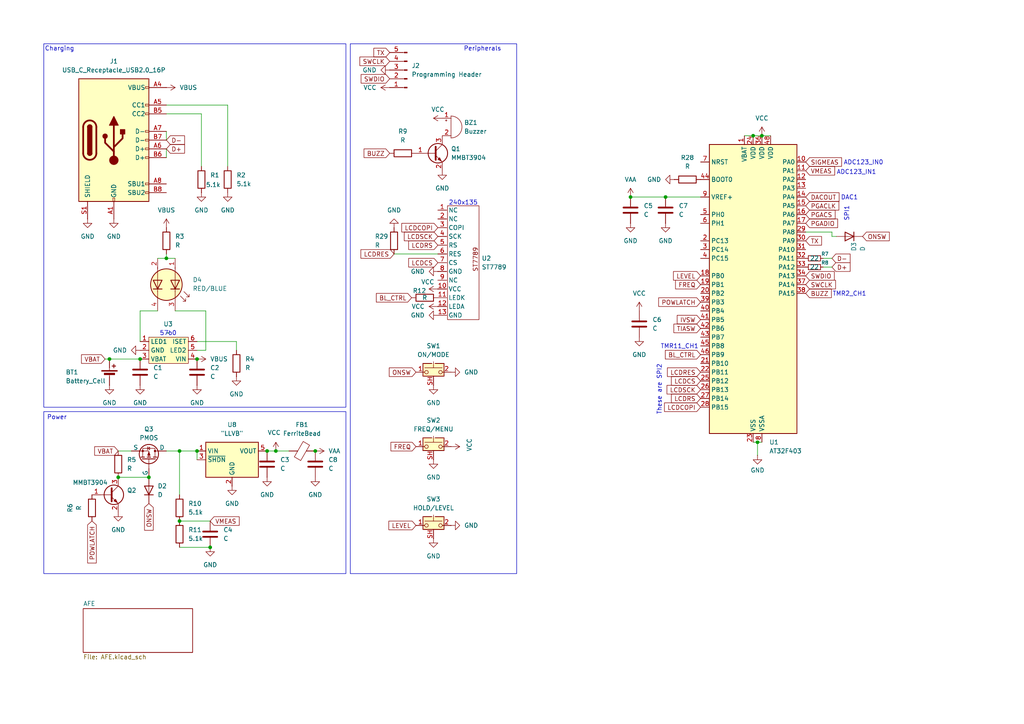
<source format=kicad_sch>
(kicad_sch (version 20250114) (generator "eeschema") (generator_version "9.0")
  (paper "A4")
  (lib_symbols
    (symbol "Artery:AT32F403"
      (property "Reference" "U1" (at 4.6833 -43.18 0))
      (property "Value" "AT32F403" (at 4.6833 -45.72 0))
      (symbol "AT32F403_0_1"
        (rectangle (start -12.7 -40.64) (end 12.7 43.18) (stroke (width 0.254)) (fill (type background)))
      )
      (symbol "AT32F403_1_1"
        (pin input line (at -15.24 38.1 0) (length 2.54) (name "NRST") (number "7"))
        (pin input line (at -15.24 33.02 0) (length 2.54) (name "BOOT0") (number "44"))
        (pin input line (at -15.24 27.94 0) (length 2.54) (name "VREF+") (number "9"))
        (pin bidirectional line (at -15.24 22.86 0) (length 2.54) (name "PH0") (number "5"))
        (pin bidirectional line (at -15.24 20.32 0) (length 2.54) (name "PH1") (number "6"))
        (pin bidirectional line (at -15.24 15.24 0) (length 2.54) (name "PC13") (number "2"))
        (pin bidirectional line (at -15.24 12.7 0) (length 2.54) (name "PC14") (number "3"))
        (pin bidirectional line (at -15.24 10.16 0) (length 2.54) (name "PC15") (number "4"))
        (pin bidirectional line (at -15.24 5.08 0) (length 2.54) (name "PB0") (number "18"))
        (pin bidirectional line (at -15.24 2.54 0) (length 2.54) (name "PB1") (number "19"))
        (pin bidirectional line (at -15.24 0 0) (length 2.54) (name "PB2") (number "20"))
        (pin bidirectional line (at -15.24 -2.54 0) (length 2.54) (name "PB3") (number "39"))
        (pin bidirectional line (at -15.24 -5.08 0) (length 2.54) (name "PB4") (number "40"))
        (pin bidirectional line (at -15.24 -7.62 0) (length 2.54) (name "PB5") (number "41"))
        (pin bidirectional line (at -15.24 -10.16 0) (length 2.54) (name "PB6") (number "42"))
        (pin bidirectional line (at -15.24 -12.7 0) (length 2.54) (name "PB7") (number "43"))
        (pin bidirectional line (at -15.24 -15.24 0) (length 2.54) (name "PB8") (number "45"))
        (pin bidirectional line (at -15.24 -17.78 0) (length 2.54) (name "PB9") (number "46"))
        (pin bidirectional line (at -15.24 -20.32 0) (length 2.54) (name "PB10") (number "21"))
        (pin bidirectional line (at -15.24 -22.86 0) (length 2.54) (name "PB11") (number "22"))
        (pin bidirectional line (at -15.24 -25.4 0) (length 2.54) (name "PB12") (number "25"))
        (pin bidirectional line (at -15.24 -27.94 0) (length 2.54) (name "PB13") (number "26"))
        (pin bidirectional line (at -15.24 -30.48 0) (length 2.54) (name "PB14") (number "27"))
        (pin bidirectional line (at -15.24 -33.02 0) (length 2.54) (name "PB15") (number "28"))
        (pin power_in line (at -2.54 45.72 270) (length 2.54) (name "VBAT") (number "1"))
        (pin power_in line (at 0 45.72 270) (length 2.54) (name "VDD") (number "24"))
        (pin power_in line (at 0 -43.18 90) (length 2.54) (name "VSS") (number "23"))
        (pin passive line (at 0 -43.18 90) (length 2.54) (hide yes) (name "VSS") (number "35"))
        (pin passive line (at 0 -43.18 90) (length 2.54) (hide yes) (name "VSS") (number "47"))
        (pin passive line (at 0 -43.18 90) (length 2.54) (hide yes) (name "VSS") (number "49"))
        (pin power_in line (at 2.54 45.72 270) (length 2.54) (name "VDD") (number "36"))
        (pin power_in line (at 2.54 -43.18 90) (length 2.54) (name "VSSA") (number "8"))
        (pin power_in line (at 5.08 45.72 270) (length 2.54) (name "VDD") (number "48"))
        (pin bidirectional line (at 15.24 38.1 180) (length 2.54) (name "PA0") (number "10"))
        (pin bidirectional line (at 15.24 35.56 180) (length 2.54) (name "PA1") (number "11"))
        (pin bidirectional line (at 15.24 33.02 180) (length 2.54) (name "PA2") (number "12"))
        (pin bidirectional line (at 15.24 30.48 180) (length 2.54) (name "PA3") (number "13"))
        (pin bidirectional line (at 15.24 27.94 180) (length 2.54) (name "PA4") (number "14"))
        (pin bidirectional line (at 15.24 25.4 180) (length 2.54) (name "PA5") (number "15"))
        (pin bidirectional line (at 15.24 22.86 180) (length 2.54) (name "PA6") (number "16"))
        (pin bidirectional line (at 15.24 20.32 180) (length 2.54) (name "PA7") (number "17"))
        (pin bidirectional line (at 15.24 17.78 180) (length 2.54) (name "PA8") (number "29"))
        (pin bidirectional line (at 15.24 15.24 180) (length 2.54) (name "PA9") (number "30"))
        (pin bidirectional line (at 15.24 12.7 180) (length 2.54) (name "PA10") (number "31"))
        (pin bidirectional line (at 15.24 10.16 180) (length 2.54) (name "PA11") (number "32"))
        (pin bidirectional line (at 15.24 7.62 180) (length 2.54) (name "PA12") (number "33"))
        (pin bidirectional line (at 15.24 5.08 180) (length 2.54) (name "PA13") (number "34"))
        (pin bidirectional line (at 15.24 2.54 180) (length 2.54) (name "PA14") (number "37"))
        (pin bidirectional line (at 15.24 0 180) (length 2.54) (name "PA15") (number "38"))
      )
    )
    (symbol "Battery Charger:Battery_Charger_RevEng"
      (property "Reference" "U3" (at 3.048 3.81 0))
      (property "Value" "~" (at 3.048 1.27 0))
      (symbol "Battery_Charger_RevEng_1_1"
        (rectangle (start -2.54 0) (end 8.89 -7.62) (fill (type background)))
        (pin input line (at -5.08 -1.27 0) (length 2.54) (name "LED1") (number "1"))
        (pin input line (at -5.08 -3.81 0) (length 2.54) (name "GND") (number "2"))
        (pin input line (at -5.08 -6.35 0) (length 2.54) (name "VBAT") (number "3"))
        (pin input line (at 11.43 -1.27 180) (length 2.54) (name "ISET") (number "6"))
        (pin input line (at 11.43 -3.81 180) (length 2.54) (name "LED2") (number "5"))
        (pin input line (at 11.43 -6.35 180) (length 2.54) (name "VIN") (number "4"))
      )
    )
    (symbol "Connector:Conn_01x05_Pin" (pin_names (offset 1.016) (hide yes))
      (property "Reference" "J" (at 0 7.62 0))
      (property "Value" "Conn_01x05_Pin" (at 0 -7.62 0))
      (symbol "Conn_01x05_Pin_1_1"
        (rectangle (start 0.8636 5.207) (end 0 4.953) (stroke (width 0.1524)) (fill (type outline)))
        (rectangle (start 0.8636 2.667) (end 0 2.413) (stroke (width 0.1524)) (fill (type outline)))
        (rectangle (start 0.8636 0.127) (end 0 -0.127) (stroke (width 0.1524)) (fill (type outline)))
        (rectangle (start 0.8636 -2.413) (end 0 -2.667) (stroke (width 0.1524)) (fill (type outline)))
        (rectangle (start 0.8636 -4.953) (end 0 -5.207) (stroke (width 0.1524)) (fill (type outline)))
        (polyline (pts (xy 1.27 5.08) (xy 0.8636 5.08)) (stroke (width 0.1524)))
        (polyline (pts (xy 1.27 2.54) (xy 0.8636 2.54)) (stroke (width 0.1524)))
        (polyline (pts (xy 1.27 0) (xy 0.8636 0)) (stroke (width 0.1524)))
        (polyline (pts (xy 1.27 -2.54) (xy 0.8636 -2.54)) (stroke (width 0.1524)))
        (polyline (pts (xy 1.27 -5.08) (xy 0.8636 -5.08)) (stroke (width 0.1524)))
        (pin passive line (at 5.08 5.08 180) (length 3.81) (name "Pin_1") (number "1"))
        (pin passive line (at 5.08 2.54 180) (length 3.81) (name "Pin_2") (number "2"))
        (pin passive line (at 5.08 0 180) (length 3.81) (name "Pin_3") (number "3"))
        (pin passive line (at 5.08 -2.54 180) (length 3.81) (name "Pin_4") (number "4"))
        (pin passive line (at 5.08 -5.08 180) (length 3.81) (name "Pin_5") (number "5"))
      )
    )
    (symbol "Connector:USB_C_Receptacle_USB2.0_16P" (pin_names (offset 1.016))
      (property "Reference" "J" (at 0 22.225 0))
      (property "Value" "USB_C_Receptacle_USB2.0_16P" (at 0 19.685 0))
      (symbol "USB_C_Receptacle_USB2.0_16P_0_0"
        (rectangle (start -0.254 -17.78) (end 0.254 -16.764))
        (rectangle (start 10.16 15.494) (end 9.144 14.986))
        (rectangle (start 10.16 10.414) (end 9.144 9.906))
        (rectangle (start 10.16 7.874) (end 9.144 7.366))
        (rectangle (start 10.16 2.794) (end 9.144 2.286))
        (rectangle (start 10.16 0.254) (end 9.144 -0.254))
        (rectangle (start 10.16 -2.286) (end 9.144 -2.794))
        (rectangle (start 10.16 -4.826) (end 9.144 -5.334))
        (rectangle (start 10.16 -12.446) (end 9.144 -12.954))
        (rectangle (start 10.16 -14.986) (end 9.144 -15.494))
      )
      (symbol "USB_C_Receptacle_USB2.0_16P_0_1"
        (rectangle (start -10.16 17.78) (end 10.16 -17.78) (stroke (width 0.254)) (fill (type background)))
        (polyline (pts (xy -8.89 -3.81) (xy -8.89 3.81)) (stroke (width 0.508)))
        (rectangle (start -7.62 -3.81) (end -6.35 3.81) (stroke (width 0.254)) (fill (type outline)))
        (arc (start -7.62 3.81) (mid -6.985 4.4423) (end -6.35 3.81) (stroke (width 0.254)))
        (arc (start -7.62 3.81) (mid -6.985 4.4423) (end -6.35 3.81) (stroke (width 0.254)) (fill (type outline)))
        (arc (start -8.89 3.81) (mid -6.985 5.7067) (end -5.08 3.81) (stroke (width 0.508)))
        (arc (start -5.08 -3.81) (mid -6.985 -5.7067) (end -8.89 -3.81) (stroke (width 0.508)))
        (arc (start -6.35 -3.81) (mid -6.985 -4.4423) (end -7.62 -3.81) (stroke (width 0.254)))
        (arc (start -6.35 -3.81) (mid -6.985 -4.4423) (end -7.62 -3.81) (stroke (width 0.254)) (fill (type outline)))
        (polyline (pts (xy -5.08 3.81) (xy -5.08 -3.81)) (stroke (width 0.508)))
        (circle (center -2.54 1.143) (radius 0.635) (stroke (width 0.254)) (fill (type outline)))
        (polyline (pts (xy -1.27 4.318) (xy 0 6.858) (xy 1.27 4.318) (xy -1.27 4.318)) (stroke (width 0.254)) (fill (type outline)))
        (polyline (pts (xy 0 -2.032) (xy 2.54 0.508) (xy 2.54 1.778)) (stroke (width 0.508)))
        (polyline (pts (xy 0 -3.302) (xy -2.54 -0.762) (xy -2.54 0.508)) (stroke (width 0.508)))
        (polyline (pts (xy 0 -5.842) (xy 0 4.318)) (stroke (width 0.508)))
        (circle (center 0 -5.842) (radius 1.27) (fill (type outline)))
        (rectangle (start 1.905 1.778) (end 3.175 3.048) (stroke (width 0.254)) (fill (type outline)))
      )
      (symbol "USB_C_Receptacle_USB2.0_16P_1_1"
        (pin passive line (at -7.62 -22.86 90) (length 5.08) (name "SHIELD") (number "S1"))
        (pin passive line (at 0 -22.86 90) (length 5.08) (name "GND") (number "A1"))
        (pin passive line (at 0 -22.86 90) (length 5.08) (hide yes) (name "GND") (number "A12"))
        (pin passive line (at 0 -22.86 90) (length 5.08) (hide yes) (name "GND") (number "B1"))
        (pin passive line (at 0 -22.86 90) (length 5.08) (hide yes) (name "GND") (number "B12"))
        (pin passive line (at 15.24 15.24 180) (length 5.08) (name "VBUS") (number "A4"))
        (pin passive line (at 15.24 15.24 180) (length 5.08) (hide yes) (name "VBUS") (number "A9"))
        (pin passive line (at 15.24 15.24 180) (length 5.08) (hide yes) (name "VBUS") (number "B4"))
        (pin passive line (at 15.24 15.24 180) (length 5.08) (hide yes) (name "VBUS") (number "B9"))
        (pin bidirectional line (at 15.24 10.16 180) (length 5.08) (name "CC1") (number "A5"))
        (pin bidirectional line (at 15.24 7.62 180) (length 5.08) (name "CC2") (number "B5"))
        (pin bidirectional line (at 15.24 2.54 180) (length 5.08) (name "D-") (number "A7"))
        (pin bidirectional line (at 15.24 0 180) (length 5.08) (name "D-") (number "B7"))
        (pin bidirectional line (at 15.24 -2.54 180) (length 5.08) (name "D+") (number "A6"))
        (pin bidirectional line (at 15.24 -5.08 180) (length 5.08) (name "D+") (number "B6"))
        (pin bidirectional line (at 15.24 -12.7 180) (length 5.08) (name "SBU1") (number "A8"))
        (pin bidirectional line (at 15.24 -15.24 180) (length 5.08) (name "SBU2") (number "B8"))
      )
    )
    (symbol "Device:Battery_Cell" (pin_numbers (hide yes)) (pin_names (offset 0) (hide yes))
      (property "Reference" "BT" (at 2.54 2.54 0))
      (property "Value" "Battery_Cell" (at 2.54 0 0))
      (symbol "Battery_Cell_0_1"
        (rectangle (start -2.286 1.778) (end 2.286 1.524) (fill (type outline)))
        (rectangle (start -1.524 1.016) (end 1.524 0.508) (fill (type outline)))
        (polyline (pts (xy 0 1.778) (xy 0 2.54)))
        (polyline (pts (xy 0 0.762) (xy 0 0)))
        (polyline (pts (xy 0.762 3.048) (xy 1.778 3.048)) (stroke (width 0.254)))
        (polyline (pts (xy 1.27 3.556) (xy 1.27 2.54)) (stroke (width 0.254)))
      )
      (symbol "Battery_Cell_1_1"
        (pin passive line (at 0 5.08 270) (length 2.54) (name "+") (number "1"))
        (pin passive line (at 0 -2.54 90) (length 2.54) (name "-") (number "2"))
      )
    )
    (symbol "Device:Buzzer" (pin_names (offset 0.0254) (hide yes))
      (property "Reference" "BZ" (at 3.81 1.27 0))
      (property "Value" "Buzzer" (at 3.81 -1.27 0))
      (symbol "Buzzer_0_1"
        (polyline (pts (xy -1.651 1.905) (xy -1.143 1.905)))
        (polyline (pts (xy -1.397 2.159) (xy -1.397 1.651)))
        (arc (start 0 3.175) (mid 3.1612 0) (end 0 -3.175))
        (polyline (pts (xy 0 3.175) (xy 0 -3.175)))
      )
      (symbol "Buzzer_1_1"
        (pin passive line (at -2.54 2.54 0) (length 2.54) (name "+") (number "1"))
        (pin passive line (at -2.54 -2.54 0) (length 2.54) (name "-") (number "2"))
      )
    )
    (symbol "Device:C" (pin_numbers (hide yes)) (pin_names (offset 0.254))
      (property "Reference" "C" (at 0.635 2.54 0))
      (property "Value" "C" (at 0.635 -2.54 0))
      (symbol "C_0_1"
        (polyline (pts (xy -2.032 0.762) (xy 2.032 0.762)) (stroke (width 0.508)))
        (polyline (pts (xy -2.032 -0.762) (xy 2.032 -0.762)) (stroke (width 0.508)))
      )
      (symbol "C_1_1"
        (pin passive line (at 0 3.81 270) (length 2.794) (name "~") (number "1"))
        (pin passive line (at 0 -3.81 90) (length 2.794) (name "~") (number "2"))
      )
    )
    (symbol "Device:D" (pin_numbers (hide yes)) (pin_names (offset 1.016) (hide yes))
      (property "Reference" "D" (at 0 2.54 0))
      (property "Value" "D" (at 0 -2.54 0))
      (symbol "D_0_1"
        (polyline (pts (xy -1.27 1.27) (xy -1.27 -1.27)) (stroke (width 0.254)))
        (polyline (pts (xy 1.27 1.27) (xy 1.27 -1.27) (xy -1.27 0) (xy 1.27 1.27)) (stroke (width 0.254)))
        (polyline (pts (xy 1.27 0) (xy -1.27 0)))
      )
      (symbol "D_1_1"
        (pin passive line (at -3.81 0 0) (length 2.54) (name "K") (number "1"))
        (pin passive line (at 3.81 0 180) (length 2.54) (name "A") (number "2"))
      )
    )
    (symbol "Device:FerriteBead" (pin_numbers (hide yes)) (pin_names (offset 0))
      (property "Reference" "FB" (at -3.81 0.635 90))
      (property "Value" "FerriteBead" (at 3.81 0 90))
      (symbol "FerriteBead_0_1"
        (polyline (pts (xy -2.7686 0.4064) (xy -1.7018 2.2606) (xy 2.7686 -0.3048) (xy 1.6764 -2.159) (xy -2.7686 0.4064)))
        (polyline (pts (xy 0 1.27) (xy 0 1.2954)))
        (polyline (pts (xy 0 -1.27) (xy 0 -1.2192)))
      )
      (symbol "FerriteBead_1_1"
        (pin passive line (at 0 3.81 270) (length 2.54) (name "~") (number "1"))
        (pin passive line (at 0 -3.81 90) (length 2.54) (name "~") (number "2"))
      )
    )
    (symbol "Device:LED_Dual_AAKK" (pin_names (offset 0) (hide yes))
      (property "Reference" "D" (at 0 5.715 0))
      (property "Value" "LED_Dual_AAKK" (at 0 -6.35 0))
      (symbol "LED_Dual_AAKK_0_1"
        (polyline (pts (xy -5.08 2.54) (xy 2.032 2.54)))
        (polyline (pts (xy -5.08 -2.54) (xy 2.032 -2.54)))
        (polyline (pts (xy -1.27 3.81) (xy -1.27 1.27) (xy 1.27 2.54) (xy -1.27 3.81)) (stroke (width 0.254)))
        (polyline (pts (xy -1.27 -1.27) (xy -1.27 -3.81) (xy 1.27 -2.54) (xy -1.27 -1.27)) (stroke (width 0.254)))
        (circle (center 0 0) (radius 4.572) (stroke (width 0.254)) (fill (type background)))
        (polyline (pts (xy 1.27 3.81) (xy 1.27 1.27)) (stroke (width 0.254)))
        (polyline (pts (xy 1.27 -1.27) (xy 1.27 -3.81)) (stroke (width 0.254)))
        (polyline (pts (xy 2.032 5.08) (xy 3.556 6.604) (xy 2.794 6.604) (xy 3.556 6.604) (xy 3.556 5.842)))
        (polyline (pts (xy 3.302 4.064) (xy 4.826 5.588) (xy 4.064 5.588) (xy 4.826 5.588) (xy 4.826 4.826)))
        (polyline (pts (xy 3.81 2.54) (xy 1.905 2.54)))
        (polyline (pts (xy 3.81 -2.54) (xy 1.905 -2.54)))
      )
      (symbol "LED_Dual_AAKK_1_1"
        (pin input line (at -7.62 2.54 0) (length 3.048) (name "A1") (number "1"))
        (pin input line (at -7.62 -2.54 0) (length 3.048) (name "A2") (number "2"))
        (pin input line (at 7.62 2.54 180) (length 3.81) (name "K1") (number "3"))
        (pin input line (at 7.62 -2.54 180) (length 3.81) (name "K2") (number "4"))
      )
    )
    (symbol "Device:R" (pin_numbers (hide yes)) (pin_names (offset 0))
      (property "Reference" "R" (at 2.032 0 90))
      (property "Value" "R" (at 0 0 90))
      (symbol "R_0_1"
        (rectangle (start -1.016 -2.54) (end 1.016 2.54) (stroke (width 0.254)))
      )
      (symbol "R_1_1"
        (pin passive line (at 0 3.81 270) (length 1.27) (name "~") (number "1"))
        (pin passive line (at 0 -3.81 90) (length 1.27) (name "~") (number "2"))
      )
    )
    (symbol "Device:R_Small" (pin_numbers (hide yes)) (pin_names (offset 0.254) (hide yes))
      (property "Reference" "R" (at 0 0 90))
      (property "Value" "R_Small" (at 1.778 0 90))
      (symbol "R_Small_0_1"
        (rectangle (start -0.762 1.778) (end 0.762 -1.778) (stroke (width 0.2032)))
      )
      (symbol "R_Small_1_1"
        (pin passive line (at 0 2.54 270) (length 0.762) (name "~") (number "1"))
        (pin passive line (at 0 -2.54 90) (length 0.762) (name "~") (number "2"))
      )
    )
    (symbol "LCD:N114-2413THBIG01-H13"
      (property "Reference" "U" (at 0 1.016 0))
      (symbol "N114-2413THBIG01-H13_0_1"
        (rectangle (start -3.556 0) (end 5.588 -33.02))
      )
      (symbol "N114-2413THBIG01-H13_1_1"
        (text "ST7789" (at 4.572 -15.494 900) (effects (font (size 1.27 1.27))))
        (pin input line (at -6.35 -1.27 0) (length 2.54) (name "NC") (number "1"))
        (pin input line (at -6.35 -3.81 0) (length 2.54) (name "NC") (number "2"))
        (pin input line (at -6.35 -6.35 0) (length 2.54) (name "COPI") (number "3"))
        (pin input line (at -6.35 -8.89 0) (length 2.54) (name "SCK") (number "4"))
        (pin input line (at -6.35 -11.43 0) (length 2.54) (name "RS") (number "5"))
        (pin input line (at -6.35 -13.97 0) (length 2.54) (name "RES") (number "6"))
        (pin input line (at -6.35 -16.51 0) (length 2.54) (name "CS") (number "7"))
        (pin input line (at -6.35 -19.05 0) (length 2.54) (name "GND") (number "8"))
        (pin input line (at -6.35 -21.59 0) (length 2.54) (name "NC") (number "9"))
        (pin input line (at -6.35 -24.13 0) (length 2.54) (name "VCC") (number "10"))
        (pin input line (at -6.35 -26.67 0) (length 2.54) (name "LEDK") (number "11"))
        (pin input line (at -6.35 -29.21 0) (length 2.54) (name "LEDA") (number "12"))
        (pin input line (at -6.35 -31.75 0) (length 2.54) (name "GND") (number "13"))
      )
    )
    (symbol "Regulator_Linear:MCP1802x-xx02xOT"
      (property "Reference" "U" (at -6.35 6.35 0))
      (property "Value" "MCP1802x-xx02xOT" (at 0 6.35 0))
      (symbol "MCP1802x-xx02xOT_0_1"
        (rectangle (start -7.62 5.08) (end 7.62 -5.08) (stroke (width 0.254)) (fill (type background)))
      )
      (symbol "MCP1802x-xx02xOT_1_1"
        (pin power_in line (at -10.16 2.54 0) (length 2.54) (name "VIN") (number "1"))
        (pin input line (at -10.16 0 0) (length 2.54) (name "~{SHDN}") (number "3"))
        (pin power_in line (at 0 -7.62 90) (length 2.54) (name "GND") (number "2"))
        (pin no_connect line (at 7.62 0 180) (length 2.54) (hide yes) (name "NC") (number "4"))
        (pin power_out line (at 10.16 2.54 180) (length 2.54) (name "VOUT") (number "5"))
      )
    )
    (symbol "Simulation_SPICE:PMOS" (pin_numbers (hide yes)) (pin_names (offset 0))
      (property "Reference" "Q" (at 5.08 1.27 0))
      (property "Value" "PMOS" (at 5.08 -1.27 0))
      (symbol "PMOS_0_1"
        (polyline (pts (xy 0.254 1.905) (xy 0.254 -1.905)) (stroke (width 0.254)))
        (polyline (pts (xy 0.254 0) (xy -2.54 0)))
        (polyline (pts (xy 0.762 2.286) (xy 0.762 1.27)) (stroke (width 0.254)))
        (polyline (pts (xy 0.762 1.778) (xy 3.302 1.778) (xy 3.302 -1.778) (xy 0.762 -1.778)))
        (polyline (pts (xy 0.762 0.508) (xy 0.762 -0.508)) (stroke (width 0.254)))
        (polyline (pts (xy 0.762 -1.27) (xy 0.762 -2.286)) (stroke (width 0.254)))
        (circle (center 1.651 0) (radius 2.794) (stroke (width 0.254)))
        (polyline (pts (xy 2.286 0) (xy 1.27 0.381) (xy 1.27 -0.381) (xy 2.286 0)) (fill (type outline)))
        (polyline (pts (xy 2.54 2.54) (xy 2.54 1.778)))
        (circle (center 2.54 1.778) (radius 0.254) (fill (type outline)))
        (circle (center 2.54 -1.778) (radius 0.254) (fill (type outline)))
        (polyline (pts (xy 2.54 -2.54) (xy 2.54 0) (xy 0.762 0)))
        (polyline (pts (xy 2.794 -0.508) (xy 2.921 -0.381) (xy 3.683 -0.381) (xy 3.81 -0.254)))
        (polyline (pts (xy 3.302 -0.381) (xy 2.921 0.254) (xy 3.683 0.254) (xy 3.302 -0.381)))
      )
      (symbol "PMOS_1_1"
        (pin input line (at -5.08 0 0) (length 2.54) (name "G") (number "2"))
        (pin passive line (at 2.54 5.08 270) (length 2.54) (name "D") (number "1"))
        (pin passive line (at 2.54 -5.08 90) (length 2.54) (name "S") (number "3"))
      )
    )
    (symbol "Switch:SW_Push_Shielded" (pin_names (offset 1.016) (hide yes))
      (property "Reference" "SW" (at 4.318 2.032 0))
      (property "Value" "SW_Push_Shielded" (at 0 4.572 0))
      (symbol "SW_Push_Shielded_0_1"
        (circle (center -2.032 0) (radius 0.508))
        (polyline (pts (xy 0 1.27) (xy 0 3.048)))
        (polyline (pts (xy 0.508 2.54) (xy 3.048 2.54) (xy 3.048 -1.143) (xy -3.048 -1.143) (xy -3.048 2.54) (xy -0.508 2.54)) (stroke (width -0.0254)))
        (polyline (pts (xy 0.508 2.54) (xy 3.048 2.54) (xy 3.048 -1.143) (xy -3.048 -1.143) (xy -3.048 2.54) (xy -0.508 2.54)) (stroke (width 0.254)))
        (circle (center 2.032 0) (radius 0.508))
        (polyline (pts (xy 2.54 1.27) (xy -2.54 1.27)))
        (pin passive line (at -5.08 0 0) (length 2.54) (name "1") (number "1"))
        (pin passive line (at 5.08 0 180) (length 2.54) (name "2") (number "2"))
      )
      (symbol "SW_Push_Shielded_1_1"
        (rectangle (start -3.048 2.54) (end 3.048 -1.27) (stroke (width -0.0254)) (fill (type background)))
        (pin passive line (at 0 -3.81 90) (length 2.54) (name "B") (number "SH"))
      )
    )
    (symbol "Transistor_BJT:MMBT3904" (pin_names (offset 0) (hide yes))
      (property "Reference" "Q" (at 5.08 1.905 0))
      (property "Value" "MMBT3904" (at 5.08 0 0))
      (symbol "MMBT3904_0_1"
        (polyline (pts (xy -2.54 0) (xy 0.635 0)))
        (polyline (pts (xy 0.635 1.905) (xy 0.635 -1.905)) (stroke (width 0.508)))
        (circle (center 1.27 0) (radius 2.8194) (stroke (width 0.254)))
      )
      (symbol "MMBT3904_1_1"
        (polyline (pts (xy 0.635 0.635) (xy 2.54 2.54)))
        (polyline (pts (xy 0.635 -0.635) (xy 2.54 -2.54)))
        (polyline (pts (xy 1.27 -1.778) (xy 1.778 -1.27) (xy 2.286 -2.286) (xy 1.27 -1.778)) (fill (type outline)))
        (pin input line (at -5.08 0 0) (length 2.54) (name "B") (number "1"))
        (pin passive line (at 2.54 5.08 270) (length 2.54) (name "C") (number "3"))
        (pin passive line (at 2.54 -5.08 90) (length 2.54) (name "E") (number "2"))
      )
    )
    (symbol "power:GND" (power) (pin_numbers (hide yes)) (pin_names (offset 0) (hide yes))
      (property "Value" "GND" (at 0 -3.81 0))
      (symbol "GND_0_1"
        (polyline (pts (xy 0 0) (xy 0 -1.27) (xy 1.27 -1.27) (xy 0 -2.54) (xy -1.27 -1.27) (xy 0 -1.27)))
      )
      (symbol "GND_1_1"
        (pin power_in line (at 0 0 270) (length 0) (name "~") (number "1"))
      )
    )
    (symbol "power:VAA" (power) (pin_numbers (hide yes)) (pin_names (offset 0) (hide yes))
      (property "Value" "VAA" (at 0 3.556 0))
      (symbol "VAA_0_1"
        (polyline (pts (xy -0.762 1.27) (xy 0 2.54)))
        (polyline (pts (xy 0 2.54) (xy 0.762 1.27)))
        (polyline (pts (xy 0 0) (xy 0 2.54)))
      )
      (symbol "VAA_1_1"
        (pin power_in line (at 0 0 90) (length 0) (name "~") (number "1"))
      )
    )
    (symbol "power:VBUS" (power) (pin_numbers (hide yes)) (pin_names (offset 0) (hide yes))
      (property "Value" "VBUS" (at 0 3.556 0))
      (symbol "VBUS_0_1"
        (polyline (pts (xy -0.762 1.27) (xy 0 2.54)))
        (polyline (pts (xy 0 2.54) (xy 0.762 1.27)))
        (polyline (pts (xy 0 0) (xy 0 2.54)))
      )
      (symbol "VBUS_1_1"
        (pin power_in line (at 0 0 90) (length 0) (name "~") (number "1"))
      )
    )
    (symbol "power:VCC" (power) (pin_numbers (hide yes)) (pin_names (offset 0) (hide yes))
      (property "Value" "VCC" (at 0 3.556 0))
      (symbol "VCC_0_1"
        (polyline (pts (xy -0.762 1.27) (xy 0 2.54)))
        (polyline (pts (xy 0 2.54) (xy 0.762 1.27)))
        (polyline (pts (xy 0 0) (xy 0 2.54)))
      )
      (symbol "VCC_1_1"
        (pin power_in line (at 0 0 90) (length 0) (name "~") (number "1"))
      )
    )
  )
  (rectangle (start 12.7 119.38) (end 100.33 166.37))
  (rectangle (start 12.7 12.7) (end 100.33 118.11))
  (rectangle (start 101.6 12.7) (end 149.86 166.37))
  (text "DAC1" (at 246.38 57.404 0) (effects (font (size 1.27 1.27))))
  (text "57b0" (at 48.768 96.774 0) (effects (font (size 1.27 1.27))))
  (text "Charging" (at 17.272 14.224 0) (effects (font (size 1.27 1.27))))
  (text "TMR11_CH1" (at 197.104 100.584 0) (effects (font (size 1.27 1.27))))
  (text "These are SPI2" (at 191.262 113.03 90) (effects (font (size 1.27 1.27))))
  (text "SPI1" (at 245.618 61.976 90) (effects (font (size 1.27 1.27))))
  (text "Peripherals" (at 139.954 14.224 0) (effects (font (size 1.27 1.27))))
  (text "TMR2_CH1" (at 246.38 85.344 0) (effects (font (size 1.27 1.27))))
  (text "ADC123_IN1" (at 248.412 50.038 0) (effects (font (size 1.27 1.27))))
  (text "Power" (at 16.51 121.158 0) (effects (font (size 1.27 1.27))))
  (text "240x135" (at 134.366 58.928 0) (effects (font (size 1.27 1.27))))
  (text "ADC123_IN0" (at 250.444 47.244 0) (effects (font (size 1.27 1.27))))
  (junction (at 182.88 57.15))
  (junction (at 57.15 130.81))
  (junction (at 52.07 151.13))
  (junction (at 218.44 39.37))
  (junction (at 40.64 104.14))
  (junction (at 52.07 130.81))
  (junction (at 80.01 130.81))
  (junction (at 57.15 104.14))
  (junction (at 48.26 74.93))
  (junction (at 31.75 104.14))
  (junction (at 77.47 130.81))
  (junction (at 219.71 128.27))
  (junction (at 43.18 138.43))
  (junction (at 220.98 39.37))
  (junction (at 34.29 138.43))
  (junction (at 91.44 130.81))
  (junction (at 193.04 57.15))
  (junction (at 60.96 158.75))
  (wire (pts (xy 30.48 104.14) (xy 31.75 104.14)))
  (wire (pts (xy 220.98 39.37) (xy 223.52 39.37)))
  (wire (pts (xy 242.57 68.58) (xy 241.3 68.58)))
  (wire (pts (xy 34.29 130.81) (xy 38.1 130.81)))
  (wire (pts (xy 48.26 74.93) (xy 50.8 74.93)))
  (wire (pts (xy 241.3 67.31) (xy 233.68 67.31)))
  (wire (pts (xy 52.07 130.81) (xy 48.26 130.81)))
  (wire (pts (xy 219.71 128.27) (xy 220.98 128.27)))
  (wire (pts (xy 219.71 128.27) (xy 219.71 132.08)))
  (wire (pts (xy 57.15 130.81) (xy 57.15 133.35)))
  (wire (pts (xy 182.88 57.15) (xy 193.04 57.15)))
  (wire (pts (xy 52.07 158.75) (xy 60.96 158.75)))
  (wire (pts (xy 45.72 74.93) (xy 48.26 74.93)))
  (wire (pts (xy 48.26 73.66) (xy 48.26 74.93)))
  (wire (pts (xy 218.44 128.27) (xy 219.71 128.27)))
  (wire (pts (xy 34.29 138.43) (xy 43.18 138.43)))
  (wire (pts (xy 59.69 90.17) (xy 50.8 90.17)))
  (wire (pts (xy 57.15 130.81) (xy 52.07 130.81)))
  (wire (pts (xy 48.26 33.02) (xy 58.42 33.02)))
  (wire (pts (xy 68.58 99.06) (xy 57.15 99.06)))
  (wire (pts (xy 114.3 73.66) (xy 127 73.66)))
  (wire (pts (xy 215.9 39.37) (xy 218.44 39.37)))
  (wire (pts (xy 80.01 130.81) (xy 83.82 130.81)))
  (wire (pts (xy 193.04 57.15) (xy 203.2 57.15)))
  (wire (pts (xy 59.69 101.6) (xy 59.69 90.17)))
  (wire (pts (xy 48.26 38.1) (xy 48.26 40.64)))
  (wire (pts (xy 66.04 48.26) (xy 66.04 30.48)))
  (wire (pts (xy 45.72 90.17) (xy 40.64 90.17)))
  (wire (pts (xy 52.07 151.13) (xy 60.96 151.13)))
  (wire (pts (xy 241.3 68.58) (xy 241.3 67.31)))
  (wire (pts (xy 68.58 101.6) (xy 68.58 99.06)))
  (wire (pts (xy 31.75 104.14) (xy 40.64 104.14)))
  (wire (pts (xy 66.04 30.48) (xy 48.26 30.48)))
  (wire (pts (xy 58.42 33.02) (xy 58.42 48.26)))
  (wire (pts (xy 241.3 74.93) (xy 238.76 74.93)))
  (wire (pts (xy 40.64 90.17) (xy 40.64 99.06)))
  (wire (pts (xy 52.07 130.81) (xy 52.07 143.51)))
  (wire (pts (xy 48.26 43.18) (xy 48.26 45.72)))
  (wire (pts (xy 241.3 77.47) (xy 238.76 77.47)))
  (wire (pts (xy 77.47 130.81) (xy 80.01 130.81)))
  (wire (pts (xy 57.15 101.6) (xy 59.69 101.6)))
  (wire (pts (xy 218.44 39.37) (xy 220.98 39.37)))
  (global_label "BUZZ" (shape input) (at 233.68 85.09 0) (property "Intersheetrefs" "${INTERSHEET_REFS}" (effects (hide yes))))
  (global_label "BUZZ" (shape input) (at 113.03 44.45 180) (property "Intersheetrefs" "${INTERSHEET_REFS}" (effects (hide yes))))
  (global_label "PGACS" (shape input) (at 233.68 62.23 0) (property "Intersheetrefs" "${INTERSHEET_REFS}" (effects (hide yes))))
  (global_label "FREQ" (shape input) (at 203.2 82.55 180) (property "Intersheetrefs" "${INTERSHEET_REFS}" (effects (hide yes))))
  (global_label "BL_CTRL" (shape input) (at 119.38 86.36 180) (property "Intersheetrefs" "${INTERSHEET_REFS}" (effects (hide yes))))
  (global_label "VBAT" (shape input) (at 30.48 104.14 180) (property "Intersheetrefs" "${INTERSHEET_REFS}" (effects (hide yes))))
  (global_label "VBAT" (shape input) (at 34.29 130.81 180) (property "Intersheetrefs" "${INTERSHEET_REFS}" (effects (hide yes))))
  (global_label "D-" (shape input) (at 241.3 74.93 0) (property "Intersheetrefs" "${INTERSHEET_REFS}" (effects (hide yes))))
  (global_label "LCDRS" (shape input) (at 203.2 115.57 180) (property "Intersheetrefs" "${INTERSHEET_REFS}" (effects (hide yes))))
  (global_label "LCDSCK" (shape input) (at 203.2 113.03 180) (property "Intersheetrefs" "${INTERSHEET_REFS}" (effects (hide yes))))
  (global_label "LEVEL" (shape input) (at 120.65 152.4 180) (property "Intersheetrefs" "${INTERSHEET_REFS}" (effects (hide yes))))
  (global_label "VMEAS" (shape input) (at 233.68 49.53 0) (property "Intersheetrefs" "${INTERSHEET_REFS}" (effects (hide yes))))
  (global_label "IVSW" (shape input) (at 203.2 92.71 180) (property "Intersheetrefs" "${INTERSHEET_REFS}" (effects (hide yes))))
  (global_label "PGADIO" (shape input) (at 233.68 64.77 0) (property "Intersheetrefs" "${INTERSHEET_REFS}" (effects (hide yes))))
  (global_label "LCDCOPI" (shape input) (at 203.2 118.11 180) (property "Intersheetrefs" "${INTERSHEET_REFS}" (effects (hide yes))))
  (global_label "LCDCS" (shape input) (at 127 76.2 180) (property "Intersheetrefs" "${INTERSHEET_REFS}" (effects (hide yes))))
  (global_label "LCDCOPI" (shape input) (at 127 66.04 180) (property "Intersheetrefs" "${INTERSHEET_REFS}" (effects (hide yes))))
  (global_label "TIASW" (shape input) (at 203.2 95.25 180) (property "Intersheetrefs" "${INTERSHEET_REFS}" (effects (hide yes))))
  (global_label "BL_CTRL" (shape input) (at 203.2 102.87 180) (property "Intersheetrefs" "${INTERSHEET_REFS}" (effects (hide yes))))
  (global_label "SIGMEAS" (shape input) (at 233.68 46.99 0) (property "Intersheetrefs" "${INTERSHEET_REFS}" (effects (hide yes))))
  (global_label "ONSW" (shape input) (at 250.19 68.58 0) (property "Intersheetrefs" "${INTERSHEET_REFS}" (effects (hide yes))))
  (global_label "LCDRES" (shape input) (at 114.3 73.66 180) (property "Intersheetrefs" "${INTERSHEET_REFS}" (effects (hide yes))))
  (global_label "SWDIO" (shape input) (at 113.03 22.86 180) (property "Intersheetrefs" "${INTERSHEET_REFS}" (effects (hide yes))))
  (global_label "DACOUT" (shape input) (at 233.68 57.15 0) (property "Intersheetrefs" "${INTERSHEET_REFS}" (effects (hide yes))))
  (global_label "LCDCS" (shape input) (at 203.2 110.49 180) (property "Intersheetrefs" "${INTERSHEET_REFS}" (effects (hide yes))))
  (global_label "VMEAS" (shape input) (at 60.96 151.13 0) (property "Intersheetrefs" "${INTERSHEET_REFS}" (effects (hide yes))))
  (global_label "POWLATCH" (shape input) (at 26.67 151.13 270) (property "Intersheetrefs" "${INTERSHEET_REFS}" (effects (hide yes))))
  (global_label "SWCLK" (shape input) (at 233.68 82.55 0) (property "Intersheetrefs" "${INTERSHEET_REFS}" (effects (hide yes))))
  (global_label "D+" (shape input) (at 241.3 77.47 0) (property "Intersheetrefs" "${INTERSHEET_REFS}" (effects (hide yes))))
  (global_label "PGACLK" (shape input) (at 233.68 59.69 0) (property "Intersheetrefs" "${INTERSHEET_REFS}" (effects (hide yes))))
  (global_label "SWDIO" (shape input) (at 233.68 80.01 0) (property "Intersheetrefs" "${INTERSHEET_REFS}" (effects (hide yes))))
  (global_label "LCDRS" (shape input) (at 127 71.12 180) (property "Intersheetrefs" "${INTERSHEET_REFS}" (effects (hide yes))))
  (global_label "LCDRES" (shape input) (at 203.2 107.95 180) (property "Intersheetrefs" "${INTERSHEET_REFS}" (effects (hide yes))))
  (global_label "TX" (shape input) (at 233.68 69.85 0) (property "Intersheetrefs" "${INTERSHEET_REFS}" (effects (hide yes))))
  (global_label "D+" (shape input) (at 48.26 43.18 0) (property "Intersheetrefs" "${INTERSHEET_REFS}" (effects (hide yes))))
  (global_label "ONSW" (shape input) (at 43.18 146.05 270) (property "Intersheetrefs" "${INTERSHEET_REFS}" (effects (hide yes))))
  (global_label "POWLATCH" (shape input) (at 203.2 87.63 180) (property "Intersheetrefs" "${INTERSHEET_REFS}" (effects (hide yes))))
  (global_label "TX" (shape input) (at 113.03 15.24 180) (property "Intersheetrefs" "${INTERSHEET_REFS}" (effects (hide yes))))
  (global_label "SWCLK" (shape input) (at 113.03 17.78 180) (property "Intersheetrefs" "${INTERSHEET_REFS}" (effects (hide yes))))
  (global_label "FREQ" (shape input) (at 120.65 129.54 180) (property "Intersheetrefs" "${INTERSHEET_REFS}" (effects (hide yes))))
  (global_label "ONSW" (shape input) (at 120.65 107.95 180) (property "Intersheetrefs" "${INTERSHEET_REFS}" (effects (hide yes))))
  (global_label "D-" (shape input) (at 48.26 40.64 0) (property "Intersheetrefs" "${INTERSHEET_REFS}" (effects (hide yes))))
  (global_label "LEVEL" (shape input) (at 203.2 80.01 180) (property "Intersheetrefs" "${INTERSHEET_REFS}" (effects (hide yes))))
  (global_label "LCDSCK" (shape input) (at 127 68.58 180) (property "Intersheetrefs" "${INTERSHEET_REFS}" (effects (hide yes))))
  (symbol (lib_id "power:GND") (at 182.88 64.77 0) (unit 1)
    (property "Reference" "#PWR035" (effects (hide yes)))
    (property "Value" "GND" (at 182.88 69.85 0))
    (property "Description" "Power symbol creates a global label with name \"GND\" , ground" (effects (hide yes)))
  )
  (symbol (lib_id "Device:C") (at 193.04 60.96 0) (unit 1)
    (property "Reference" "C7" (at 196.85 59.6899 0) (effects (justify left)))
    (property "Value" "C" (at 196.85 62.2299 0) (effects (justify left)))
    (property "Description" "Unpolarized capacitor" (effects (hide yes)))
  )
  (symbol (lib_id "Transistor_BJT:MMBT3904") (at 125.73 44.45 0) (unit 1)
    (property "Reference" "Q1" (at 130.81 43.1799 0) (effects (justify left)))
    (property "Value" "MMBT3904" (at 130.81 45.7199 0) (effects (justify left)))
    (property "Footprint" "Package_TO_SOT_SMD:SOT-23" (effects (hide yes)))
    (property "Datasheet" "https://www.onsemi.com/pdf/datasheet/pzt3904-d.pdf" (effects (hide yes)))
    (property "Description" "0.2A Ic, 40V Vce, Small Signal NPN Transistor, SOT-23" (effects (hide yes)))
  )
  (symbol (lib_id "power:GND") (at 185.42 97.79 0) (unit 1)
    (property "Reference" "#PWR027" (effects (hide yes)))
    (property "Value" "GND" (at 185.42 102.87 0))
    (property "Description" "Power symbol creates a global label with name \"GND\" , ground" (effects (hide yes)))
  )
  (symbol (lib_id "power:VCC") (at 128.27 34.29 90) (unit 1)
    (property "Reference" "#PWR016" (effects (hide yes)))
    (property "Value" "VCC" (at 127 31.75 90))
    (property "Description" "Power symbol creates a global label with name \"VCC\"" (effects (hide yes)))
  )
  (symbol (lib_id "Device:C") (at 57.15 107.95 0) (unit 1)
    (property "Reference" "C2" (at 60.96 106.6799 0) (effects (justify left)))
    (property "Value" "C" (at 60.96 109.2199 0) (effects (justify left)))
    (property "Description" "Unpolarized capacitor" (effects (hide yes)))
  )
  (symbol (lib_id "power:GND") (at 58.42 55.88 0) (unit 1)
    (property "Reference" "#PWR01" (effects (hide yes)))
    (property "Value" "GND" (at 58.42 60.96 0))
    (property "Description" "Power symbol creates a global label with name \"GND\" , ground" (effects (hide yes)))
  )
  (symbol (lib_id "power:GND") (at 114.3 66.04 180) (unit 1)
    (property "Reference" "#PWR069" (effects (hide yes)))
    (property "Value" "GND" (at 114.3 60.96 0))
    (property "Description" "Power symbol creates a global label with name \"GND\" , ground" (effects (hide yes)))
  )
  (symbol (lib_id "power:VBUS") (at 48.26 25.4 270) (unit 1)
    (property "Reference" "#PWR09" (effects (hide yes)))
    (property "Value" "VBUS" (at 52.07 25.3999 90) (effects (justify left)))
    (property "Description" "Power symbol creates a global label with name \"VBUS\"" (effects (hide yes)))
  )
  (symbol (lib_id "Device:R") (at 68.58 105.41 0) (unit 1)
    (property "Reference" "R4" (at 71.12 104.1399 0) (effects (justify left)))
    (property "Value" "R" (at 71.12 106.6799 0) (effects (justify left)))
    (property "Description" "Resistor" (effects (hide yes)))
  )
  (symbol (lib_id "Device:R") (at 123.19 86.36 90) (unit 1)
    (property "Reference" "R12" (at 121.666 84.328 90))
    (property "Value" "R" (at 123.19 86.36 90))
    (property "Description" "Resistor" (effects (hide yes)))
  )
  (symbol (lib_id "power:VCC") (at 185.42 90.17 0) (unit 1)
    (property "Reference" "#PWR026" (effects (hide yes)))
    (property "Value" "VCC" (at 185.42 85.09 0))
    (property "Description" "Power symbol creates a global label with name \"VCC\"" (effects (hide yes)))
  )
  (symbol (lib_id "Device:R") (at 66.04 52.07 180) (unit 1)
    (property "Reference" "R2" (at 68.58 50.7999 0) (effects (justify right)))
    (property "Value" "5.1k" (at 68.58 53.3399 0) (effects (justify right)))
    (property "Description" "Resistor" (effects (hide yes)))
  )
  (symbol (lib_id "Device:LED_Dual_AAKK") (at 48.26 82.55 270) (unit 1)
    (property "Reference" "D4" (at 55.88 81.1529 90) (effects (justify left)))
    (property "Value" "RED/BLUE" (at 55.88 83.6929 90) (effects (justify left)))
    (property "Description" "Dual LED, cathodes on pins 3 and 4" (effects (hide yes)))
  )
  (symbol (lib_id "power:GND") (at 91.44 138.43 0) (unit 1)
    (property "Reference" "#PWR028" (effects (hide yes)))
    (property "Value" "GND" (at 91.44 143.51 0))
    (property "Description" "Power symbol creates a global label with name \"GND\" , ground" (effects (hide yes)))
  )
  (symbol (lib_id "power:GND") (at 125.73 156.21 0) (unit 1)
    (property "Reference" "#PWR022" (effects (hide yes)))
    (property "Value" "GND" (at 125.73 161.29 0))
    (property "Description" "Power symbol creates a global label with name \"GND\" , ground" (effects (hide yes)))
  )
  (symbol (lib_id "power:GND") (at 67.31 140.97 0) (unit 1)
    (property "Reference" "#PWR012" (effects (hide yes)))
    (property "Value" "GND" (at 67.31 146.05 0))
    (property "Description" "Power symbol creates a global label with name \"GND\" , ground" (effects (hide yes)))
  )
  (symbol (lib_id "power:VAA") (at 91.44 130.81 270) (unit 1)
    (property "Reference" "#PWR014" (effects (hide yes)))
    (property "Value" "VAA" (at 95.25 130.8099 90) (effects (justify left)))
    (property "Description" "Power symbol creates a global label with name \"VAA\"" (effects (hide yes)))
  )
  (symbol (lib_id "Device:Battery_Cell") (at 31.75 109.22 0) (unit 1)
    (property "Reference" "BT1" (at 19.05 107.95 0) (effects (justify left)))
    (property "Value" "Battery_Cell" (at 19.05 110.49 0) (effects (justify left)))
    (property "Description" "Single-cell battery" (effects (hide yes)))
  )
  (symbol (lib_id "power:GND") (at 195.58 52.07 270) (unit 1)
    (property "Reference" "#PWR068" (effects (hide yes)))
    (property "Value" "GND" (at 191.77 52.0699 90) (effects (justify right)))
    (property "Description" "Power symbol creates a global label with name \"GND\" , ground" (effects (hide yes)))
  )
  (symbol (lib_id "Device:C") (at 182.88 60.96 0) (unit 1)
    (property "Reference" "C5" (at 186.69 59.6899 0) (effects (justify left)))
    (property "Value" "C" (at 186.69 62.2299 0) (effects (justify left)))
    (property "Description" "Unpolarized capacitor" (effects (hide yes)))
  )
  (symbol (lib_id "Device:R") (at 52.07 147.32 0) (unit 1)
    (property "Reference" "R10" (at 54.61 146.0499 0) (effects (justify left)))
    (property "Value" "5.1k" (at 54.61 148.5899 0) (effects (justify left)))
    (property "Description" "Resistor" (effects (hide yes)))
  )
  (symbol (lib_id "power:VAA") (at 182.88 57.15 0) (unit 1)
    (property "Reference" "#PWR033" (effects (hide yes)))
    (property "Value" "VAA" (at 182.88 52.07 0))
    (property "Description" "Power symbol creates a global label with name \"VAA\"" (effects (hide yes)))
  )
  (symbol (lib_id "power:GND") (at 68.58 109.22 0) (unit 1)
    (property "Reference" "#PWR04" (effects (hide yes)))
    (property "Value" "GND" (at 68.58 114.3 0))
    (property "Description" "Power symbol creates a global label with name \"GND\" , ground" (effects (hide yes)))
  )
  (symbol (lib_id "power:GND") (at 113.03 20.32 270) (unit 1)
    (property "Reference" "#PWR067" (effects (hide yes)))
    (property "Value" "GND" (at 109.22 20.3199 90) (effects (justify right)))
    (property "Description" "Power symbol creates a global label with name \"GND\" , ground" (effects (hide yes)))
  )
  (symbol (lib_id "Device:R") (at 34.29 134.62 0) (unit 1)
    (property "Reference" "R5" (at 36.83 133.3499 0) (effects (justify left)))
    (property "Value" "R" (at 36.83 135.8899 0) (effects (justify left)))
    (property "Description" "Resistor" (effects (hide yes)))
  )
  (symbol (lib_id "power:GND") (at 127 91.44 270) (unit 1)
    (property "Reference" "#PWR032" (effects (hide yes)))
    (property "Value" "GND" (at 123.19 91.4399 90) (effects (justify right)))
    (property "Description" "Power symbol creates a global label with name \"GND\" , ground" (effects (hide yes)))
  )
  (symbol (lib_id "power:GND") (at 130.81 107.95 90) (unit 1)
    (property "Reference" "#PWR018" (effects (hide yes)))
    (property "Value" "GND" (at 134.62 107.9499 90) (effects (justify right)))
    (property "Description" "Power symbol creates a global label with name \"GND\" , ground" (effects (hide yes)))
  )
  (symbol (lib_id "power:GND") (at 219.71 132.08 0) (unit 1)
    (property "Reference" "#PWR03" (effects (hide yes)))
    (property "Value" "GND" (at 219.71 136.398 0))
    (property "Description" "Power symbol creates a global label with name \"GND\" , ground" (effects (hide yes)))
  )
  (symbol (lib_id "power:VCC") (at 80.01 130.81 0) (unit 1)
    (property "Reference" "#PWR015" (effects (hide yes)))
    (property "Value" "VCC" (at 79.502 125.476 0))
    (property "Description" "Power symbol creates a global label with name \"VCC\"" (effects (hide yes)))
  )
  (symbol (lib_id "Switch:SW_Push_Shielded") (at 125.73 107.95 0) (unit 1)
    (property "Reference" "SW1" (at 125.73 100.33 0))
    (property "Value" "ON/MODE" (at 125.73 102.87 0))
    (property "Description" "Generic push-button switch, two contact pins and shield pin(s)" (effects (hide yes)))
  )
  (symbol (lib_id "Device:C") (at 40.64 107.95 0) (unit 1)
    (property "Reference" "C1" (at 44.45 106.6799 0) (effects (justify left)))
    (property "Value" "C" (at 44.45 109.2199 0) (effects (justify left)))
    (property "Description" "Unpolarized capacitor" (effects (hide yes)))
  )
  (symbol (lib_id "Device:R") (at 26.67 147.32 180) (unit 1)
    (property "Reference" "R6" (at 20.32 147.32 90))
    (property "Value" "R" (at 22.86 147.32 90))
    (property "Description" "Resistor" (effects (hide yes)))
  )
  (symbol (lib_id "power:GND") (at 57.15 111.76 0) (unit 1)
    (property "Reference" "#PWR05" (effects (hide yes)))
    (property "Value" "GND" (at 57.15 116.84 0))
    (property "Description" "Power symbol creates a global label with name \"GND\" , ground" (effects (hide yes)))
  )
  (symbol (lib_id "power:VCC") (at 130.81 129.54 270) (unit 1)
    (property "Reference" "#PWR021" (effects (hide yes)))
    (property "Value" "VCC" (at 136.144 129.032 0))
    (property "Description" "Power symbol creates a global label with name \"VCC\"" (effects (hide yes)))
  )
  (symbol (lib_id "Device:D") (at 43.18 142.24 90) (unit 1)
    (property "Reference" "D2" (at 45.72 140.9699 90) (effects (justify right)))
    (property "Value" "D" (at 45.72 143.5099 90) (effects (justify right)))
    (property "Description" "Diode" (effects (hide yes)))
    (property "Sim.Device" "D" (effects (hide yes)))
    (property "Sim.Pins" "1=K 2=A" (effects (hide yes)))
  )
  (symbol (lib_id "power:GND") (at 40.64 111.76 0) (unit 1)
    (property "Reference" "#PWR06" (effects (hide yes)))
    (property "Value" "GND" (at 40.64 116.84 0))
    (property "Description" "Power symbol creates a global label with name \"GND\" , ground" (effects (hide yes)))
  )
  (symbol (lib_id "power:VBUS") (at 48.26 66.04 0) (unit 1)
    (property "Reference" "#PWR010" (effects (hide yes)))
    (property "Value" "VBUS" (at 48.26 60.96 0))
    (property "Description" "Power symbol creates a global label with name \"VBUS\"" (effects (hide yes)))
  )
  (symbol (lib_id "Transistor_BJT:MMBT3904") (at 31.75 143.51 0) (unit 1)
    (property "Reference" "Q2" (at 36.83 142.2399 0) (effects (justify left)))
    (property "Value" "MMBT3904" (at 21.082 139.954 0) (effects (justify left)))
    (property "Footprint" "Package_TO_SOT_SMD:SOT-23" (effects (hide yes)))
    (property "Datasheet" "https://www.onsemi.com/pdf/datasheet/pzt3904-d.pdf" (effects (hide yes)))
    (property "Description" "0.2A Ic, 40V Vce, Small Signal NPN Transistor, SOT-23" (effects (hide yes)))
  )
  (symbol (lib_id "Switch:SW_Push_Shielded") (at 125.73 152.4 0) (unit 1)
    (property "Reference" "SW3" (at 125.73 144.78 0))
    (property "Value" "HOLD/LEVEL" (at 125.73 147.32 0))
    (property "Description" "Generic push-button switch, two contact pins and shield pin(s)" (effects (hide yes)))
  )
  (symbol (lib_id "power:VCC") (at 127 83.82 90) (unit 1)
    (property "Reference" "#PWR030" (effects (hide yes)))
    (property "Value" "VCC" (at 125.984 81.788 90) (effects (justify left)))
    (property "Description" "Power symbol creates a global label with name \"VCC\"" (effects (hide yes)))
  )
  (symbol (lib_id "Connector:USB_C_Receptacle_USB2.0_16P") (at 33.02 40.64 0) (unit 1)
    (property "Reference" "J1" (at 33.02 17.78 0))
    (property "Value" "USB_C_Receptacle_USB2.0_16P" (at 33.02 20.32 0))
    (property "Footprint" "Connector_USB:USB_C_Receptacle_GCT_USB4105-xx-A_16P_TopMnt_Horizontal" (effects (hide yes)))
    (property "Datasheet" "https://www.usb.org/sites/default/files/documents/usb_type-c.zip" (effects (hide yes)))
    (property "Description" "USB 2.0-only 16P Type-C Receptacle connector" (effects (hide yes)))
  )
  (symbol (lib_id "power:GND") (at 128.27 49.53 0) (unit 1)
    (property "Reference" "#PWR017" (effects (hide yes)))
    (property "Value" "GND" (at 128.27 54.61 0))
    (property "Description" "Power symbol creates a global label with name \"GND\" , ground" (effects (hide yes)))
  )
  (symbol (lib_id "Artery:AT32F403") (at 218.44 85.09 0) (unit 1)
    (property "Reference" "U1" (at 223.1233 128.27 0) (effects (justify left)))
    (property "Value" "AT32F403" (at 223.1233 130.81 0) (effects (justify left)))
    (property "Footprint" "Package_DFN_QFN:QFN-48-1EP_7x7mm_P0.5mm_EP5.6x5.6mm" (effects (hide yes)))
    (property "Datasheet" "https://www.st.com/resource/en/datasheet/stm32f401cb.pdf" (effects (hide yes)))
    (property "Description" "STMicroelectronics Arm Cortex-M4 MCU, 128KB flash, 64KB RAM, 84 MHz, 1.7-3.6V, 36 GPIO, UFQFPN48" (effects (hide yes)))
  )
  (symbol (lib_id "power:VCC") (at 113.03 25.4 90) (unit 1)
    (property "Reference" "#PWR066" (effects (hide yes)))
    (property "Value" "VCC" (at 109.22 25.3999 90) (effects (justify left)))
    (property "Description" "Power symbol creates a global label with name \"VCC\"" (effects (hide yes)))
  )
  (symbol (lib_id "Device:R") (at 116.84 44.45 90) (unit 1)
    (property "Reference" "R9" (at 116.84 38.1 90))
    (property "Value" "R" (at 116.84 40.64 90))
    (property "Description" "Resistor" (effects (hide yes)))
  )
  (symbol (lib_id "Device:R") (at 48.26 69.85 0) (unit 1)
    (property "Reference" "R3" (at 50.8 68.5799 0) (effects (justify left)))
    (property "Value" "R" (at 50.8 71.1199 0) (effects (justify left)))
    (property "Description" "Resistor" (effects (hide yes)))
  )
  (symbol (lib_id "power:GND") (at 125.73 111.76 0) (unit 1)
    (property "Reference" "#PWR019" (effects (hide yes)))
    (property "Value" "GND" (at 125.73 116.84 0))
    (property "Description" "Power symbol creates a global label with name \"GND\" , ground" (effects (hide yes)))
  )
  (symbol (lib_id "Device:Buzzer") (at 130.81 36.83 0) (unit 1)
    (property "Reference" "BZ1" (at 134.62 35.5599 0) (effects (justify left)))
    (property "Value" "Buzzer" (at 134.62 38.0999 0) (effects (justify left)))
    (property "Description" "Buzzer, polarized" (effects (hide yes)))
  )
  (symbol (lib_id "Device:D") (at 246.38 68.58 180) (unit 1)
    (property "Reference" "D3" (at 247.65 72.898 90) (effects (justify right)))
    (property "Value" "D" (at 250.19 72.898 90) (effects (justify right)))
    (property "Description" "Diode" (effects (hide yes)))
    (property "Sim.Device" "D" (effects (hide yes)))
    (property "Sim.Pins" "1=K 2=A" (effects (hide yes)))
  )
  (symbol (lib_id "power:GND") (at 40.64 101.6 270) (unit 1)
    (property "Reference" "#PWR07" (effects (hide yes)))
    (property "Value" "GND" (at 36.83 101.5999 90) (effects (justify right)))
    (property "Description" "Power symbol creates a global label with name \"GND\" , ground" (effects (hide yes)))
  )
  (symbol (lib_id "Switch:SW_Push_Shielded") (at 125.73 129.54 0) (unit 1)
    (property "Reference" "SW2" (at 125.73 121.92 0))
    (property "Value" "FREQ/MENU" (at 125.73 124.46 0))
    (property "Description" "Generic push-button switch, two contact pins and shield pin(s)" (effects (hide yes)))
  )
  (symbol (lib_id "Device:R_Small") (at 236.22 74.93 90) (unit 1)
    (property "Reference" "R7" (at 239.268 73.66 90) (effects (font (size 1.016 1.016))))
    (property "Value" "22" (at 236.22 74.93 90))
    (property "Description" "Resistor, small symbol" (effects (hide yes)))
  )
  (symbol (lib_id "Device:C") (at 60.96 154.94 0) (unit 1)
    (property "Reference" "C4" (at 64.77 153.6699 0) (effects (justify left)))
    (property "Value" "C" (at 64.77 156.2099 0) (effects (justify left)))
    (property "Description" "Unpolarized capacitor" (effects (hide yes)))
  )
  (symbol (lib_id "power:GND") (at 25.4 63.5 0) (unit 1)
    (property "Reference" "#PWR065" (effects (hide yes)))
    (property "Value" "GND" (at 25.4 68.58 0))
    (property "Description" "Power symbol creates a global label with name \"GND\" , ground" (effects (hide yes)))
  )
  (symbol (lib_id "Device:FerriteBead") (at 87.63 130.81 90) (unit 1)
    (property "Reference" "FB1" (at 87.5792 123.19 90))
    (property "Value" "FerriteBead" (at 87.5792 125.73 90))
    (property "Description" "Ferrite bead" (effects (hide yes)))
  )
  (symbol (lib_id "power:GND") (at 33.02 63.5 0) (unit 1)
    (property "Reference" "#PWR064" (effects (hide yes)))
    (property "Value" "GND" (at 33.02 68.58 0))
    (property "Description" "Power symbol creates a global label with name \"GND\" , ground" (effects (hide yes)))
  )
  (symbol (lib_id "Device:C") (at 185.42 93.98 0) (unit 1)
    (property "Reference" "C6" (at 189.23 92.7099 0) (effects (justify left)))
    (property "Value" "C" (at 189.23 95.2499 0) (effects (justify left)))
    (property "Description" "Unpolarized capacitor" (effects (hide yes)))
  )
  (symbol (lib_id "power:VBUS") (at 57.15 104.14 270) (unit 1)
    (property "Reference" "#PWR08" (effects (hide yes)))
    (property "Value" "VBUS" (at 60.96 104.1399 90) (effects (justify left)))
    (property "Description" "Power symbol creates a global label with name \"VBUS\"" (effects (hide yes)))
  )
  (symbol (lib_id "power:GND") (at 66.04 55.88 0) (unit 1)
    (property "Reference" "#PWR02" (effects (hide yes)))
    (property "Value" "GND" (at 66.04 60.96 0))
    (property "Description" "Power symbol creates a global label with name \"GND\" , ground" (effects (hide yes)))
  )
  (symbol (lib_id "power:GND") (at 125.73 133.35 0) (unit 1)
    (property "Reference" "#PWR020" (effects (hide yes)))
    (property "Value" "GND" (at 125.73 138.43 0))
    (property "Description" "Power symbol creates a global label with name \"GND\" , ground" (effects (hide yes)))
  )
  (symbol (lib_id "Connector:Conn_01x05_Pin") (at 118.11 20.32 180) (unit 1)
    (property "Reference" "J2" (at 119.38 19.0499 0) (effects (justify right)))
    (property "Value" "Programming Header" (at 119.38 21.5899 0) (effects (justify right)))
    (property "Description" "Generic connector, single row, 01x05, script generated" (effects (hide yes)))
  )
  (symbol (lib_id "Device:C") (at 91.44 134.62 0) (unit 1)
    (property "Reference" "C8" (at 95.25 133.3499 0) (effects (justify left)))
    (property "Value" "C" (at 95.25 135.8899 0) (effects (justify left)))
    (property "Description" "Unpolarized capacitor" (effects (hide yes)))
  )
  (symbol (lib_id "power:GND") (at 127 78.74 270) (unit 1)
    (property "Reference" "#PWR031" (effects (hide yes)))
    (property "Value" "GND" (at 123.19 78.7399 90) (effects (justify right)))
    (property "Description" "Power symbol creates a global label with name \"GND\" , ground" (effects (hide yes)))
  )
  (symbol (lib_id "power:VCC") (at 127 88.9 90) (unit 1)
    (property "Reference" "#PWR029" (effects (hide yes)))
    (property "Value" "VCC" (at 123.19 88.8999 90) (effects (justify left)))
    (property "Description" "Power symbol creates a global label with name \"VCC\"" (effects (hide yes)))
  )
  (symbol (lib_id "Device:C") (at 77.47 134.62 0) (unit 1)
    (property "Reference" "C3" (at 81.28 133.3499 0) (effects (justify left)))
    (property "Value" "C" (at 81.28 135.8899 0) (effects (justify left)))
    (property "Description" "Unpolarized capacitor" (effects (hide yes)))
  )
  (symbol (lib_id "Device:R") (at 199.39 52.07 90) (unit 1)
    (property "Reference" "R28" (at 199.39 45.72 90))
    (property "Value" "R" (at 199.39 48.26 90))
    (property "Description" "Resistor" (effects (hide yes)))
  )
  (symbol (lib_id "Simulation_SPICE:PMOS") (at 43.18 133.35 270) (mirror x) (unit 1)
    (property "Reference" "Q3" (at 43.18 124.46 90))
    (property "Value" "PMOS" (at 43.18 127 90))
    (property "Datasheet" "https://ngspice.sourceforge.io/docs/ngspice-html-manual/manual.xhtml#cha_MOSFETs" (effects (hide yes)))
    (property "Description" "P-MOSFET transistor, drain/source/gate" (effects (hide yes)))
    (property "Sim.Device" "PMOS" (effects (hide yes)))
    (property "Sim.Type" "VDMOS" (effects (hide yes)))
    (property "Sim.Pins" "1=D 2=G 3=S" (effects (hide yes)))
  )
  (symbol (lib_id "Device:R_Small") (at 236.22 77.47 90) (unit 1)
    (property "Reference" "R8" (at 239.268 76.2 90) (effects (font (size 1.016 1.016))))
    (property "Value" "22" (at 236.22 77.47 90))
    (property "Description" "Resistor, small symbol" (effects (hide yes)))
  )
  (symbol (lib_id "Device:R") (at 114.3 69.85 180) (unit 1)
    (property "Reference" "R29" (at 108.712 68.58 0) (effects (justify right)))
    (property "Value" "R" (at 108.712 71.12 0) (effects (justify right)))
    (property "Description" "Resistor" (effects (hide yes)))
  )
  (symbol (lib_id "Regulator_Linear:MCP1802x-xx02xOT") (at 67.31 133.35 0) (unit 1)
    (property "Reference" "U8" (at 67.31 123.19 0))
    (property "Value" "\"LLVB\"" (at 67.31 125.73 0))
    (property "Footprint" "Package_TO_SOT_SMD:SOT-23-5" (effects (hide yes)))
    (property "Datasheet" "http://ww1.microchip.com/downloads/en/DeviceDoc/22053C.pdf" (effects (hide yes)))
    (property "Description" "150mA, Tiny CMOS LDO With Shutdown, Fixed Voltage, SOT-23-5" (effects (hide yes)))
  )
  (symbol (lib_id "power:GND") (at 60.96 158.75 0) (unit 1)
    (property "Reference" "#PWR024" (effects (hide yes)))
    (property "Value" "GND" (at 60.96 163.83 0))
    (property "Description" "Power symbol creates a global label with name \"GND\" , ground" (effects (hide yes)))
  )
  (symbol (lib_id "power:GND") (at 193.04 64.77 0) (unit 1)
    (property "Reference" "#PWR034" (effects (hide yes)))
    (property "Value" "GND" (at 193.04 69.85 0))
    (property "Description" "Power symbol creates a global label with name \"GND\" , ground" (effects (hide yes)))
  )
  (symbol (lib_id "power:GND") (at 77.47 138.43 0) (unit 1)
    (property "Reference" "#PWR013" (effects (hide yes)))
    (property "Value" "GND" (at 77.47 143.51 0))
    (property "Description" "Power symbol creates a global label with name \"GND\" , ground" (effects (hide yes)))
  )
  (symbol (lib_id "LCD:N114-2413THBIG01-H13") (at 133.35 59.69 0) (unit 1)
    (property "Reference" "U2" (at 139.7 74.9299 0) (effects (justify left)))
    (property "Value" "ST7789" (at 139.7 77.4699 0) (effects (justify left)))
  )
  (symbol (lib_id "Device:R") (at 58.42 52.07 180) (unit 1)
    (property "Reference" "R1" (at 60.96 50.7999 0) (effects (justify right)))
    (property "Value" "5.1k" (at 59.69 53.594 0) (effects (justify right)))
    (property "Description" "Resistor" (effects (hide yes)))
  )
  (symbol (lib_id "power:GND") (at 130.81 152.4 90) (unit 1)
    (property "Reference" "#PWR023" (effects (hide yes)))
    (property "Value" "GND" (at 134.62 152.3999 90) (effects (justify right)))
    (property "Description" "Power symbol creates a global label with name \"GND\" , ground" (effects (hide yes)))
  )
  (symbol (lib_id "Battery Charger:Battery_Charger_RevEng") (at 45.72 97.79 0) (unit 1)
    (property "Reference" "U3" (at 48.768 93.98 0))
    (property "Value" "~" (at 48.768 96.52 0))
  )
  (symbol (lib_id "power:VCC") (at 220.98 39.37 0) (unit 1)
    (property "Reference" "#PWR025" (effects (hide yes)))
    (property "Value" "VCC" (at 220.98 34.29 0))
    (property "Description" "Power symbol creates a global label with name \"VCC\"" (effects (hide yes)))
  )
  (symbol (lib_id "power:GND") (at 34.29 148.59 0) (unit 1)
    (property "Reference" "#PWR011" (effects (hide yes)))
    (property "Value" "GND" (at 34.29 153.67 0))
    (property "Description" "Power symbol creates a global label with name \"GND\" , ground" (effects (hide yes)))
  )
  (symbol (lib_id "Device:R") (at 52.07 154.94 0) (unit 1)
    (property "Reference" "R11" (at 54.61 153.6699 0) (effects (justify left)))
    (property "Value" "5.1k" (at 54.61 156.2099 0) (effects (justify left)))
    (property "Description" "Resistor" (effects (hide yes)))
  )
  (symbol (lib_id "power:GND") (at 31.75 111.76 0) (unit 1)
    (property "Reference" "#PWR070" (effects (hide yes)))
    (property "Value" "GND" (at 31.75 116.84 0))
    (property "Description" "Power symbol creates a global label with name \"GND\" , ground" (effects (hide yes)))
  )
  (sheet (at 24.13 176.53) (size 31.75 12.7) (stroke (width 0.1524))
    (property "Sheetname" "AFE" (at 24.13 175.8184 0) (effects (justify left bottom)))
    (property "Sheetfile" "AFE.kicad_sch" (at 24.13 189.8146 0) (effects (justify left top)))
  )
)
</source>
